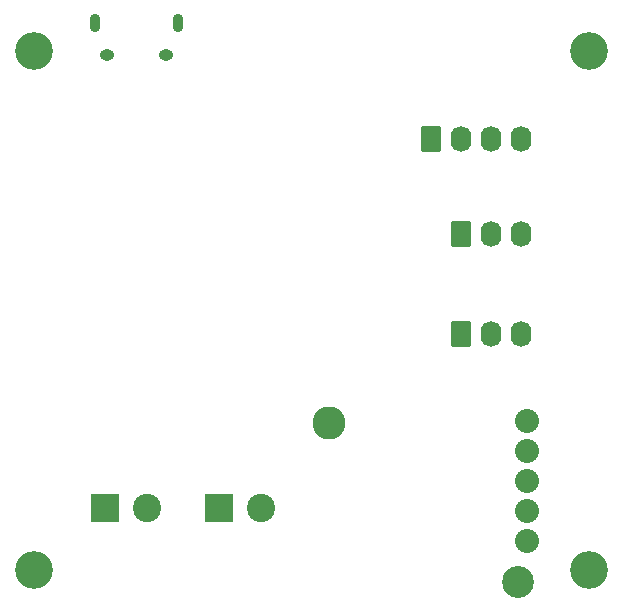
<source format=gbr>
%TF.GenerationSoftware,KiCad,Pcbnew,(6.0.0-0)*%
%TF.CreationDate,2022-12-05T10:13:43-05:00*%
%TF.ProjectId,Dome_Logics_V1,446f6d65-5f4c-46f6-9769-63735f56312e,rev?*%
%TF.SameCoordinates,Original*%
%TF.FileFunction,Soldermask,Bot*%
%TF.FilePolarity,Negative*%
%FSLAX46Y46*%
G04 Gerber Fmt 4.6, Leading zero omitted, Abs format (unit mm)*
G04 Created by KiCad (PCBNEW (6.0.0-0)) date 2022-12-05 10:13:43*
%MOMM*%
%LPD*%
G01*
G04 APERTURE LIST*
G04 Aperture macros list*
%AMRoundRect*
0 Rectangle with rounded corners*
0 $1 Rounding radius*
0 $2 $3 $4 $5 $6 $7 $8 $9 X,Y pos of 4 corners*
0 Add a 4 corners polygon primitive as box body*
4,1,4,$2,$3,$4,$5,$6,$7,$8,$9,$2,$3,0*
0 Add four circle primitives for the rounded corners*
1,1,$1+$1,$2,$3*
1,1,$1+$1,$4,$5*
1,1,$1+$1,$6,$7*
1,1,$1+$1,$8,$9*
0 Add four rect primitives between the rounded corners*
20,1,$1+$1,$2,$3,$4,$5,0*
20,1,$1+$1,$4,$5,$6,$7,0*
20,1,$1+$1,$6,$7,$8,$9,0*
20,1,$1+$1,$8,$9,$2,$3,0*%
G04 Aperture macros list end*
%ADD10RoundRect,0.250000X-0.620000X-0.845000X0.620000X-0.845000X0.620000X0.845000X-0.620000X0.845000X0*%
%ADD11O,1.740000X2.190000*%
%ADD12R,2.400000X2.400000*%
%ADD13C,2.400000*%
%ADD14C,3.200000*%
%ADD15C,2.039200*%
%ADD16C,2.703200*%
%ADD17C,2.803200*%
%ADD18O,1.250000X0.950000*%
%ADD19O,0.890000X1.550000*%
G04 APERTURE END LIST*
D10*
%TO.C,J2*%
X121636000Y-92266000D03*
D11*
X124176000Y-92266000D03*
X126716000Y-92266000D03*
X129256000Y-92266000D03*
%TD*%
D12*
%TO.C,J7*%
X94054000Y-123470000D03*
D13*
X97554000Y-123470000D03*
%TD*%
D14*
%TO.C,REF\u002A\u002A*%
X88000000Y-84762000D03*
%TD*%
D10*
%TO.C,J12*%
X124176000Y-108774000D03*
D11*
X126716000Y-108774000D03*
X129256000Y-108774000D03*
%TD*%
D14*
%TO.C,REF\u002A\u002A*%
X135000000Y-84762000D03*
%TD*%
%TO.C,REF\u002A\u002A*%
X135000000Y-128762000D03*
%TD*%
D15*
%TO.C,U6*%
X129792000Y-126264000D03*
X129792000Y-123724000D03*
X129792000Y-121184000D03*
X129792000Y-118644000D03*
X129792000Y-116104000D03*
D16*
X128962000Y-129794000D03*
D17*
X112962000Y-116294000D03*
%TD*%
D12*
%TO.C,J5*%
X103714000Y-123470000D03*
D13*
X107214000Y-123470000D03*
%TD*%
D14*
%TO.C,REF\u002A\u002A*%
X88000000Y-128762000D03*
%TD*%
D10*
%TO.C,J3*%
X124176000Y-100306000D03*
D11*
X126716000Y-100306000D03*
X129256000Y-100306000D03*
%TD*%
D18*
%TO.C,J1*%
X94180000Y-85158000D03*
D19*
X100180000Y-82458000D03*
X93180000Y-82458000D03*
D18*
X99180000Y-85158000D03*
%TD*%
M02*

</source>
